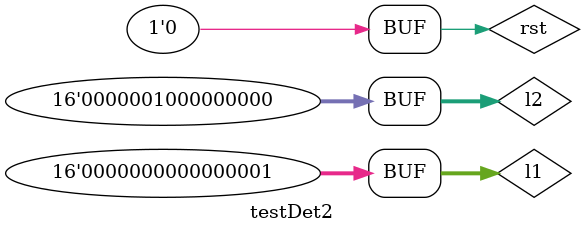
<source format=v>
module testDet2();
    reg rst; //Sinal de reset
    reg signed [15:0] l1, l2; //Linhas 1 e 2
    wire signed [7:0] det; // Determinante

    det2 uut(
        .l1 (l1),
        .l2 (l2),
        .rst (rst), 
        .det (det)
    );

    
    // Gera sinal de reset
    initial begin
        $display("Inicia reset");
        rst = 1'b1;
        #10 rst = 1'b0;
    end
    
    // Testa os estímulos
    initial begin
        $display("Testa valores");
        $monitor("tempo=%3d, rst=%b, l1=%16b, l2=%16b, det=%8b", 
            $time, rst, l1, l2, det);

   	 #15
   	 //Testa uma matriz com números positivos
     	 l1 = 16'b00000010_00000011; // [2, 3]
    	 l2 = 16'b00000100_00000010; // [4, 2]
    	 //Determinante: (2*2) - (3*4) = 4 - 12 = -8  binário: 11111000
	 
 	 #15
	 //Testa uma matriz com números negativos
    	 l1 = 16'b11111100_11111110; // [-4, -2]
    	 l2 = 16'b11111101_11111111; // [-3, -1]
    	 //Determinante: (-4)*(-1) - (-2)*(-3) = 4 - 6 = -2  binário: 11111110
	
	 #15
   	 //Testa uma matriz com números mistos
    	 l1 = 16'b11111100_00000011; // [-4, 3]
    	 l2 = 16'b00000010_11111110; // [2, -2]
    	 //Determinante: (-4)*(-2) - (3*2) = 8 - 6 = 2  binário: 00000010

	 #15
   	 //Testa uma matriz com diagonal nula
    	 l1 = 16'b00000000_00000001; // [0, 1]
    	 l2 = 16'b00000010_00000000; // [2, 0]
    	 //Determinante: (0*0) - (1*2) = 0 - 2 = -2  binário: 11111110

end

endmodule
</source>
